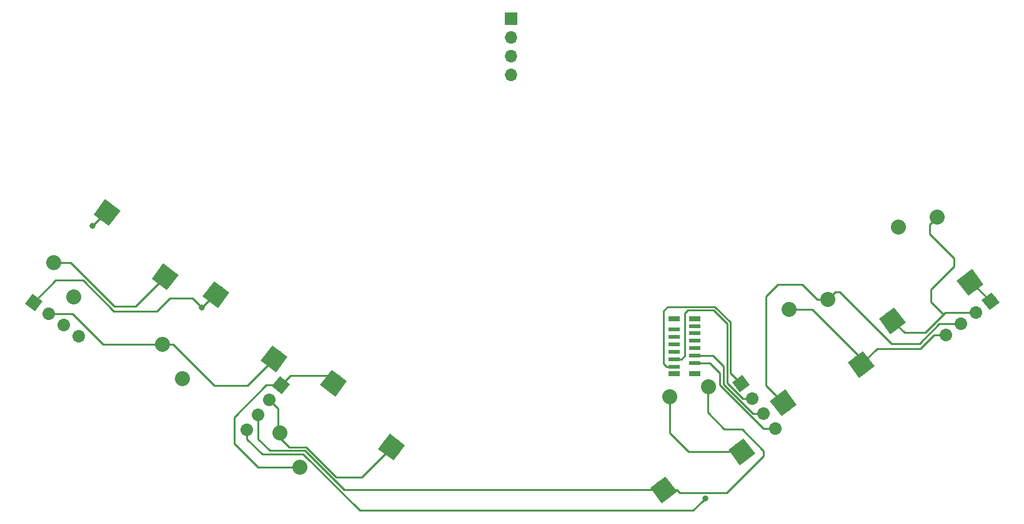
<source format=gbr>
G04 #@! TF.GenerationSoftware,KiCad,Pcbnew,(5.1.4)-1*
G04 #@! TF.CreationDate,2023-12-29T13:04:59-05:00*
G04 #@! TF.ProjectId,ThumbsUp,5468756d-6273-4557-902e-6b696361645f,rev?*
G04 #@! TF.SameCoordinates,Original*
G04 #@! TF.FileFunction,Copper,L2,Bot*
G04 #@! TF.FilePolarity,Positive*
%FSLAX46Y46*%
G04 Gerber Fmt 4.6, Leading zero omitted, Abs format (unit mm)*
G04 Created by KiCad (PCBNEW (5.1.4)-1) date 2023-12-29 13:04:59*
%MOMM*%
%LPD*%
G04 APERTURE LIST*
%ADD10C,2.600000*%
%ADD11C,0.100000*%
%ADD12C,2.032000*%
%ADD13C,1.700000*%
%ADD14C,1.700000*%
%ADD15R,1.700000X1.700000*%
%ADD16O,1.700000X1.700000*%
%ADD17R,1.500000X0.800000*%
%ADD18R,1.500000X0.600000*%
%ADD19C,0.800000*%
%ADD20C,0.250000*%
%ADD21C,0.254000*%
G04 APERTURE END LIST*
D10*
X122492779Y111483624D03*
D11*
G36*
X120672193Y111227757D02*
G01*
X122236912Y113304210D01*
X124313365Y111739491D01*
X122748646Y109663038D01*
X120672193Y111227757D01*
X120672193Y111227757D01*
G37*
D12*
X110076555Y108756810D03*
X107347189Y113443020D03*
D10*
X114592532Y120191585D03*
D11*
G36*
X112771946Y119935718D02*
G01*
X114336665Y122012171D01*
X116413118Y120447452D01*
X114848399Y118370999D01*
X112771946Y119935718D01*
X112771946Y119935718D01*
G37*
D13*
X219570744Y119267924D03*
D11*
G36*
X218380361Y119435221D02*
G01*
X219738041Y120458307D01*
X220761127Y119100627D01*
X219403447Y118077541D01*
X218380361Y119435221D01*
X218380361Y119435221D01*
G37*
D13*
X217542210Y117739314D03*
D14*
X217542210Y117739314D02*
X217542210Y117739314D01*
D13*
X215513676Y116210704D03*
D14*
X215513676Y116210704D02*
X215513676Y116210704D01*
D13*
X213485141Y114682094D03*
D14*
X213485141Y114682094D02*
X213485141Y114682094D01*
D13*
X123390114Y107904167D03*
D11*
G36*
X122199731Y107736870D02*
G01*
X123222817Y109094550D01*
X124580497Y108071464D01*
X123557411Y106713784D01*
X122199731Y107736870D01*
X122199731Y107736870D01*
G37*
D13*
X121861504Y105875633D03*
D14*
X121861504Y105875633D02*
X121861504Y105875633D01*
D13*
X120332894Y103847099D03*
D14*
X120332894Y103847099D02*
X120332894Y103847099D01*
D13*
X118804284Y101818564D03*
D14*
X118804284Y101818564D02*
X118804284Y101818564D01*
D13*
X185777813Y108102769D03*
D11*
G36*
X185610516Y106912386D02*
G01*
X184587430Y108270066D01*
X185945110Y109293152D01*
X186968196Y107935472D01*
X185610516Y106912386D01*
X185610516Y106912386D01*
G37*
D13*
X187306423Y106074235D03*
D14*
X187306423Y106074235D02*
X187306423Y106074235D01*
D13*
X188835033Y104045701D03*
D14*
X188835033Y104045701D02*
X188835033Y104045701D01*
D13*
X190363643Y102017166D03*
D14*
X190363643Y102017166D02*
X190363643Y102017166D01*
D15*
X154628765Y157641751D03*
D16*
X154628765Y155101751D03*
X154628765Y152561751D03*
X154628765Y150021751D03*
D10*
X206257885Y116660037D03*
D11*
G36*
X206513752Y118480623D02*
G01*
X208078471Y116404170D01*
X206002018Y114839451D01*
X204437299Y116915904D01*
X206513752Y118480623D01*
X206513752Y118480623D01*
G37*
D12*
X207059079Y129346889D03*
X212316068Y130678829D03*
D10*
X216806119Y121854002D03*
D11*
G36*
X217061986Y123674588D02*
G01*
X218626705Y121598135D01*
X216550252Y120033416D01*
X214985533Y122109869D01*
X217061986Y123674588D01*
X217061986Y123674588D01*
G37*
D10*
X191483128Y105526459D03*
D11*
G36*
X191738995Y107347045D02*
G01*
X193303714Y105270592D01*
X191227261Y103705873D01*
X189662542Y105782326D01*
X191738995Y107347045D01*
X191738995Y107347045D01*
G37*
D12*
X192284322Y118213311D03*
X197541311Y119545251D03*
D10*
X202031362Y110720424D03*
D11*
G36*
X202287229Y112541010D02*
G01*
X203851948Y110464557D01*
X201775495Y108899838D01*
X200210776Y110976291D01*
X202287229Y112541010D01*
X202287229Y112541010D01*
G37*
D10*
X99817775Y131325162D03*
D11*
G36*
X97997189Y131069295D02*
G01*
X99561908Y133145748D01*
X101638361Y131581029D01*
X100073642Y129504576D01*
X97997189Y131069295D01*
X97997189Y131069295D01*
G37*
D12*
X92572432Y124576597D03*
X95301798Y119890387D03*
D10*
X107718022Y122617201D03*
D11*
G36*
X105897436Y122361334D02*
G01*
X107462155Y124437787D01*
X109538608Y122873068D01*
X107973889Y120796615D01*
X105897436Y122361334D01*
X105897436Y122361334D01*
G37*
D13*
X89877015Y119114319D03*
D11*
G36*
X90044312Y117923936D02*
G01*
X88686632Y118947022D01*
X89709718Y120304702D01*
X91067398Y119281616D01*
X90044312Y117923936D01*
X90044312Y117923936D01*
G37*
D13*
X91905549Y117585709D03*
D14*
X91905549Y117585709D02*
X91905549Y117585709D01*
D13*
X93934083Y116057099D03*
D14*
X93934083Y116057099D02*
X93934083Y116057099D01*
D13*
X95962618Y114528489D03*
D14*
X95962618Y114528489D02*
X95962618Y114528489D01*
D17*
X176660000Y109440000D03*
X179460000Y109440000D03*
X176660000Y116940000D03*
X179460000Y116940000D03*
D18*
X176660000Y110440000D03*
X179460000Y110940000D03*
X176660000Y111440000D03*
X179460000Y111940000D03*
X176660000Y112440000D03*
X179460000Y112940000D03*
X176660000Y113440000D03*
X179460000Y113940000D03*
X176660000Y114440000D03*
X179460000Y114940000D03*
X176660000Y115440000D03*
X179460000Y115940000D03*
D10*
X185836331Y98879063D03*
D11*
G36*
X186092198Y100699649D02*
G01*
X187656917Y98623196D01*
X185580464Y97058477D01*
X184015745Y99134930D01*
X186092198Y100699649D01*
X186092198Y100699649D01*
G37*
D12*
X181346280Y107703890D03*
X176089291Y106371950D03*
D10*
X175288097Y93685098D03*
D11*
G36*
X175543964Y95505684D02*
G01*
X177108683Y93429231D01*
X175032230Y91864512D01*
X173467511Y93940965D01*
X175543964Y95505684D01*
X175543964Y95505684D01*
G37*
D10*
X130515268Y108192825D03*
D11*
G36*
X128694682Y107936958D02*
G01*
X130259401Y110013411D01*
X132335854Y108448692D01*
X130771135Y106372239D01*
X128694682Y107936958D01*
X128694682Y107936958D01*
G37*
D12*
X123269925Y101444260D03*
X125999291Y96758050D03*
D10*
X138415515Y99484864D03*
D11*
G36*
X136594929Y99228997D02*
G01*
X138159648Y101305450D01*
X140236101Y99740731D01*
X138671382Y97664278D01*
X136594929Y99228997D01*
X136594929Y99228997D01*
G37*
D19*
X97870000Y129530000D03*
X112720000Y118430000D03*
X180920000Y92542990D03*
D20*
X99665162Y131325162D02*
X99817775Y131325162D01*
X97870000Y129530000D02*
X99665162Y131325162D01*
X103730821Y118630000D02*
X107718022Y122617201D01*
X94873403Y124576597D02*
X100820000Y118630000D01*
X100820000Y118630000D02*
X103730821Y118630000D01*
X92572432Y124576597D02*
X94873403Y124576597D01*
X95120000Y117630000D02*
X99306980Y113443020D01*
X107347189Y113443020D02*
X108784029Y113443020D01*
X91905549Y117585709D02*
X91949840Y117630000D01*
X108784029Y113443020D02*
X114347049Y107880000D01*
X118889155Y107880000D02*
X122492779Y111483624D01*
X99306980Y113443020D02*
X107347189Y113443020D01*
X114347049Y107880000D02*
X118889155Y107880000D01*
X91949840Y117630000D02*
X95120000Y117630000D01*
X89877015Y119114319D02*
X92892696Y122130000D01*
X100745356Y117954644D02*
X106544644Y117954644D01*
X114481585Y120191585D02*
X114592532Y120191585D01*
X112720000Y118430000D02*
X114481585Y120191585D01*
X92892696Y122130000D02*
X96570000Y122130000D01*
X96570000Y122130000D02*
X100745356Y117954644D01*
X106544644Y117954644D02*
X108320000Y119730000D01*
X111420000Y119730000D02*
X112720000Y118430000D01*
X108320000Y119730000D02*
X111420000Y119730000D01*
X211872094Y114682094D02*
X213485141Y114682094D01*
X210070000Y112880000D02*
X211872094Y114682094D01*
X202031362Y110720424D02*
X204190938Y112880000D01*
X204190938Y112880000D02*
X210070000Y112880000D01*
X195436689Y118213311D02*
X202031362Y111618638D01*
X192284322Y118213311D02*
X195436689Y118213311D01*
X202031362Y111618638D02*
X202031362Y110720424D01*
X197541311Y119545251D02*
X198557310Y120561250D01*
X209920000Y113530000D02*
X212600704Y116210704D01*
X214311595Y116210704D02*
X215513676Y116210704D01*
X196104471Y119545251D02*
X194069722Y121580000D01*
X199088750Y120561250D02*
X206120000Y113530000D01*
X189120000Y107889587D02*
X190484146Y106525441D01*
X212600704Y116210704D02*
X214311595Y116210704D01*
X190770000Y121580000D02*
X189120000Y119930000D01*
X197541311Y119545251D02*
X196104471Y119545251D01*
X189120000Y119930000D02*
X189120000Y107889587D01*
X206120000Y113530000D02*
X209920000Y113530000D01*
X198557310Y120561250D02*
X199088750Y120561250D01*
X190484146Y106525441D02*
X191483128Y105526459D01*
X194069722Y121580000D02*
X190770000Y121580000D01*
X211520000Y120930000D02*
X211520000Y119180000D01*
X212316068Y130678829D02*
X211300069Y129662830D01*
X214620000Y124030000D02*
X211520000Y120930000D01*
X213195000Y117505000D02*
X210720000Y115030000D01*
X207887922Y115030000D02*
X206257885Y116660037D01*
X214620000Y125130000D02*
X214620000Y124030000D01*
X217542210Y117739314D02*
X213429314Y117739314D01*
X210720000Y115030000D02*
X207887922Y115030000D01*
X211300069Y128449931D02*
X214620000Y125130000D01*
X213429314Y117739314D02*
X213195000Y117505000D01*
X211300069Y129662830D02*
X211300069Y128449931D01*
X211520000Y119180000D02*
X213195000Y117505000D01*
X216984666Y121854002D02*
X216806119Y121854002D01*
X219570744Y119267924D02*
X216984666Y121854002D01*
D21*
X124067771Y108581824D02*
X123390114Y107904167D01*
X124677754Y109191807D02*
X124067771Y108581824D01*
X129516286Y109191807D02*
X124677754Y109191807D01*
X130515268Y108192825D02*
X129516286Y109191807D01*
X122225799Y107904167D02*
X123390114Y107904167D01*
X121434167Y107904167D02*
X122225799Y107904167D01*
X117110000Y103580000D02*
X121434167Y107904167D01*
X117110000Y99970000D02*
X117110000Y103580000D01*
X125999291Y96758050D02*
X120321950Y96758050D01*
X120321950Y96758050D02*
X117110000Y99970000D01*
X123010000Y101704185D02*
X123269925Y101444260D01*
X121861504Y105875633D02*
X123010000Y104727137D01*
X123010000Y104727137D02*
X123010000Y101704185D01*
X123269925Y100760075D02*
X123269925Y101444260D01*
X124560000Y99470000D02*
X123269925Y100760075D01*
X126860000Y99470000D02*
X124560000Y99470000D01*
X130880000Y95450000D02*
X126860000Y99470000D01*
X138415515Y99484864D02*
X134380651Y95450000D01*
X134380651Y95450000D02*
X130880000Y95450000D01*
X177015873Y93685098D02*
X175288097Y93685098D01*
X183760000Y93270000D02*
X177430971Y93270000D01*
X188820000Y98330000D02*
X183760000Y93270000D01*
X185880000Y101930000D02*
X188820000Y98990000D01*
X183500000Y101930000D02*
X185880000Y101930000D01*
X181230000Y107067440D02*
X181230000Y104200000D01*
X177430971Y93270000D02*
X177015873Y93685098D01*
X188820000Y98990000D02*
X188820000Y98330000D01*
X181346280Y107703890D02*
X181346280Y107183720D01*
X181346280Y107183720D02*
X181230000Y107067440D01*
X181230000Y104200000D02*
X183500000Y101930000D01*
X120332894Y100547106D02*
X120332894Y102645018D01*
X121865989Y99014011D02*
X120332894Y100547106D01*
X175288097Y93685098D02*
X131944904Y93685098D01*
X120332894Y102645018D02*
X120332894Y103847099D01*
X126615991Y99014011D02*
X121865989Y99014011D01*
X131944904Y93685098D02*
X126615991Y99014011D01*
X176089291Y104935110D02*
X176089291Y106371950D01*
X176089291Y101440709D02*
X176089291Y104935110D01*
X185836331Y98879063D02*
X178650937Y98879063D01*
X178650937Y98879063D02*
X176089291Y101440709D01*
X180520001Y92142991D02*
X180920000Y92542990D01*
X179262961Y90885951D02*
X180520001Y92142991D01*
X120860767Y98560000D02*
X126427934Y98560000D01*
X126427934Y98560000D02*
X134101983Y90885951D01*
X134101983Y90885951D02*
X179262961Y90885951D01*
X118804284Y101818564D02*
X118804284Y100616483D01*
X118804284Y100616483D02*
X120860767Y98560000D01*
X175260000Y110836000D02*
X175656000Y110440000D01*
X184300000Y109580582D02*
X184300000Y116460000D01*
X185777813Y108102769D02*
X184300000Y109580582D01*
X175656000Y110440000D02*
X176660000Y110440000D01*
X184300000Y116460000D02*
X182210000Y118550000D01*
X182210000Y118550000D02*
X175800000Y118550000D01*
X175800000Y118550000D02*
X175260000Y118010000D01*
X175260000Y118010000D02*
X175260000Y110836000D01*
X178110000Y117650000D02*
X178110000Y111886000D01*
X177664000Y111440000D02*
X176660000Y111440000D01*
X185986205Y106074235D02*
X183844011Y108216429D01*
X178110000Y111886000D02*
X177664000Y111440000D01*
X187306423Y106074235D02*
X185986205Y106074235D01*
X183844011Y108216429D02*
X183844011Y116273921D01*
X183844011Y116273921D02*
X182037932Y118080000D01*
X182037932Y118080000D02*
X178540000Y118080000D01*
X178540000Y118080000D02*
X178110000Y117650000D01*
D20*
X188835033Y104045701D02*
X187381155Y104045701D01*
D21*
X181900000Y111940000D02*
X179460000Y111940000D01*
X187372671Y104045701D02*
X183390000Y108028372D01*
X183390000Y108028372D02*
X183390000Y110450000D01*
X183390000Y110450000D02*
X181900000Y111940000D01*
X187381155Y104045701D02*
X187372671Y104045701D01*
X181520000Y110940000D02*
X179460000Y110940000D01*
X182870000Y109590000D02*
X181520000Y110940000D01*
X182870000Y107906305D02*
X182870000Y109590000D01*
X190363643Y102017166D02*
X188759139Y102017166D01*
X188759139Y102017166D02*
X182870000Y107906305D01*
M02*

</source>
